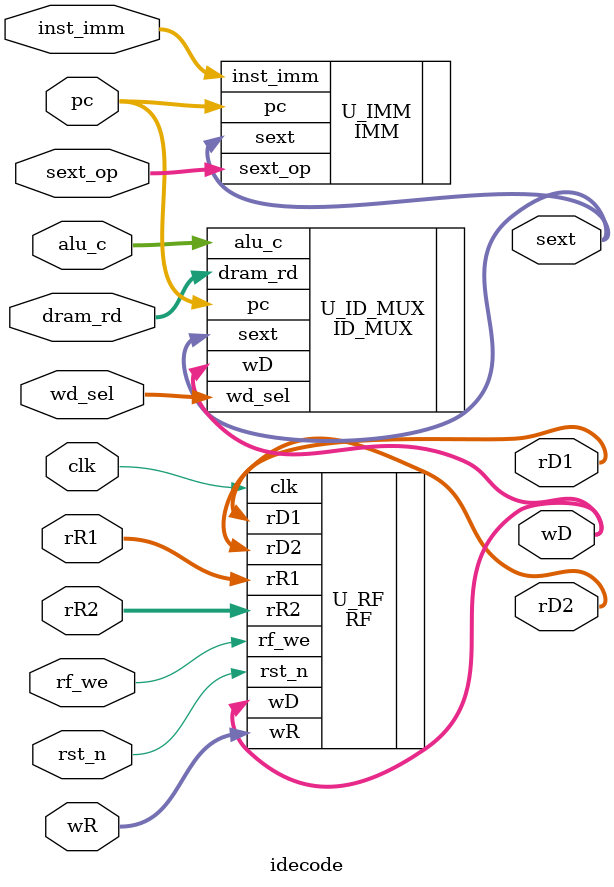
<source format=v>
`timescale 1ns / 1ps


module idecode(
    input clk,   
    input rst_n,                   
    input rf_we,                    //RFÐ´ÐÅºÅ£¬0¶Á1Ð´
    input [1:0] wd_sel,             //Ð´ÈëÊýÑ¡ÔñÐÅºÅ
    input [2:0] sext_op,            //Á¢¼´Êý²Ù×÷ÐÅºÅ
    input [4:0] rR1,                //¼Ä´æÆ÷1
    input [4:0] rR2,                //¼Ä´æÆ÷2
    input [4:0] wR,                 //Ä¿µÄ¼Ä´æÆ÷
    input [31:0] inst_imm,          //Ö¸ÁîÁ¢¼´Êý²¿·Ö
    input [31:0] alu_c,             //ALU¼ÆËã½á¹û
    input [31:0] pc,           
    input [31:0] dram_rd,           //Êý¾Ý´æ´¢Æ÷¶Á³öÊý¾Ý
    output reg [31:0] wD,           //Ð´ÈëRFµÄÊý¾Ý
    output reg [31:0] rD1,          //¼Ä´æÆ÷1Êý¾Ý
    output reg [31:0] rD2,          //¼Ä´æÆ÷2Êý¾Ý
    output reg [31:0] sext          //Á¢¼´ÊýÀ©Õ¹½á¹û
    );
    
    IMM U_IMM(
        .inst_imm(inst_imm),
        .sext_op(sext_op),
        .pc(pc),
        .sext(sext)
    );
    
    ID_MUX U_ID_MUX(
        .sext(sext),
        .alu_c(alu_c),
        .pc(pc),
        .dram_rd(dram_rd),
        .wd_sel(wd_sel),
        .wD(wD)
    );
    
    RF U_RF(
        .clk(clk),
        .rst_n(rst_n),
        .rR1(rR1),
        .rR2(rR2),
        .wR(wR),
        .rf_we(rf_we),
        .wD(wD),
        .rD1(rD1),
        .rD2(rD2)
    );
endmodule






</source>
